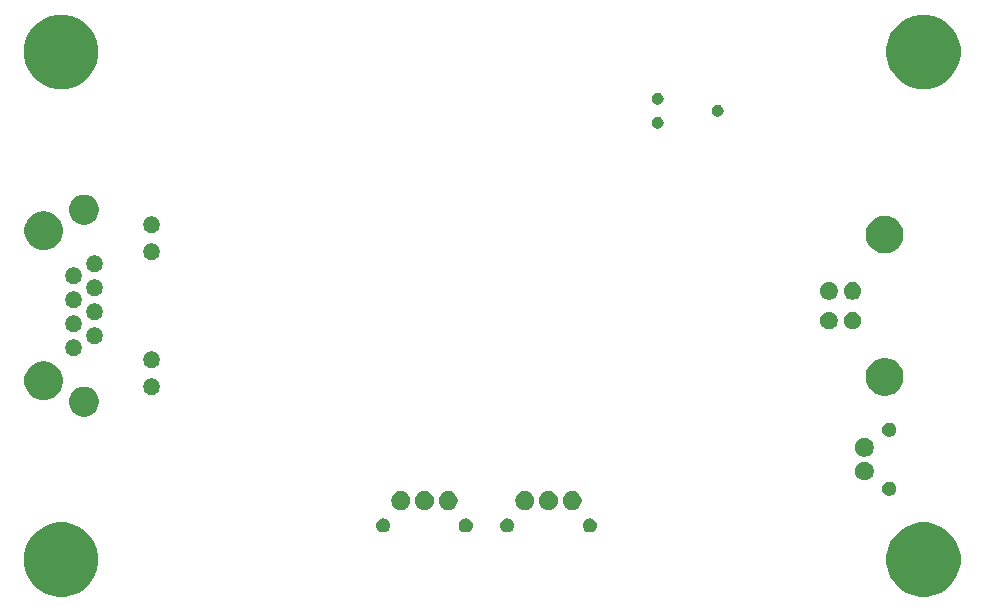
<source format=gbs>
G04 #@! TF.GenerationSoftware,KiCad,Pcbnew,5.0.1-33cea8e~68~ubuntu18.04.1*
G04 #@! TF.CreationDate,2018-11-12T15:38:47+00:00*
G04 #@! TF.ProjectId,comms,636F6D6D732E6B696361645F70636200,rev?*
G04 #@! TF.SameCoordinates,Original*
G04 #@! TF.FileFunction,Soldermask,Bot*
G04 #@! TF.FilePolarity,Negative*
%FSLAX46Y46*%
G04 Gerber Fmt 4.6, Leading zero omitted, Abs format (unit mm)*
G04 Created by KiCad (PCBNEW 5.0.1-33cea8e~68~ubuntu18.04.1) date Mon 12 Nov 2018 15:38:47 GMT*
%MOMM*%
%LPD*%
G01*
G04 APERTURE LIST*
%ADD10C,0.100000*%
G04 APERTURE END LIST*
D10*
G36*
X100677123Y-115687452D02*
X101250387Y-115924906D01*
X101766310Y-116269635D01*
X102205067Y-116708392D01*
X102549796Y-117224315D01*
X102787250Y-117797579D01*
X102908302Y-118406152D01*
X102908302Y-119026648D01*
X102787250Y-119635221D01*
X102549796Y-120208485D01*
X102205067Y-120724408D01*
X101766310Y-121163165D01*
X101250387Y-121507894D01*
X100677123Y-121745348D01*
X100068550Y-121866400D01*
X99448054Y-121866400D01*
X98839481Y-121745348D01*
X98266217Y-121507894D01*
X97750294Y-121163165D01*
X97311537Y-120724408D01*
X96966808Y-120208485D01*
X96729354Y-119635221D01*
X96608302Y-119026648D01*
X96608302Y-118406152D01*
X96729354Y-117797579D01*
X96966808Y-117224315D01*
X97311537Y-116708392D01*
X97750294Y-116269635D01*
X98266217Y-115924906D01*
X98839481Y-115687452D01*
X99448054Y-115566400D01*
X100068550Y-115566400D01*
X100677123Y-115687452D01*
X100677123Y-115687452D01*
G37*
G36*
X27677123Y-115687452D02*
X28250387Y-115924906D01*
X28766310Y-116269635D01*
X29205067Y-116708392D01*
X29549796Y-117224315D01*
X29787250Y-117797579D01*
X29908302Y-118406152D01*
X29908302Y-119026648D01*
X29787250Y-119635221D01*
X29549796Y-120208485D01*
X29205067Y-120724408D01*
X28766310Y-121163165D01*
X28250387Y-121507894D01*
X27677123Y-121745348D01*
X27068550Y-121866400D01*
X26448054Y-121866400D01*
X25839481Y-121745348D01*
X25266217Y-121507894D01*
X24750294Y-121163165D01*
X24311537Y-120724408D01*
X23966808Y-120208485D01*
X23729354Y-119635221D01*
X23608302Y-119026648D01*
X23608302Y-118406152D01*
X23729354Y-117797579D01*
X23966808Y-117224315D01*
X24311537Y-116708392D01*
X24750294Y-116269635D01*
X25266217Y-115924906D01*
X25839481Y-115687452D01*
X26448054Y-115566400D01*
X27068550Y-115566400D01*
X27677123Y-115687452D01*
X27677123Y-115687452D01*
G37*
G36*
X61183314Y-115239457D02*
X61183317Y-115239458D01*
X61183316Y-115239458D01*
X61292509Y-115284687D01*
X61390450Y-115350129D01*
X61390783Y-115350352D01*
X61474350Y-115433919D01*
X61474352Y-115433922D01*
X61540015Y-115532193D01*
X61577485Y-115622653D01*
X61585245Y-115641388D01*
X61608302Y-115757304D01*
X61608302Y-115875496D01*
X61585245Y-115991412D01*
X61585244Y-115991414D01*
X61540015Y-116100607D01*
X61482387Y-116186853D01*
X61474350Y-116198881D01*
X61390783Y-116282448D01*
X61390780Y-116282450D01*
X61292509Y-116348113D01*
X61202049Y-116385583D01*
X61183314Y-116393343D01*
X61067398Y-116416400D01*
X60949206Y-116416400D01*
X60833290Y-116393343D01*
X60814555Y-116385583D01*
X60724095Y-116348113D01*
X60625824Y-116282450D01*
X60625821Y-116282448D01*
X60542254Y-116198881D01*
X60534217Y-116186853D01*
X60476589Y-116100607D01*
X60431360Y-115991414D01*
X60431359Y-115991412D01*
X60408302Y-115875496D01*
X60408302Y-115757304D01*
X60431359Y-115641388D01*
X60439119Y-115622653D01*
X60476589Y-115532193D01*
X60542252Y-115433922D01*
X60542254Y-115433919D01*
X60625821Y-115350352D01*
X60626154Y-115350129D01*
X60724095Y-115284687D01*
X60833288Y-115239458D01*
X60833287Y-115239458D01*
X60833290Y-115239457D01*
X60949206Y-115216400D01*
X61067398Y-115216400D01*
X61183314Y-115239457D01*
X61183314Y-115239457D01*
G37*
G36*
X71683314Y-115239457D02*
X71683317Y-115239458D01*
X71683316Y-115239458D01*
X71792509Y-115284687D01*
X71890450Y-115350129D01*
X71890783Y-115350352D01*
X71974350Y-115433919D01*
X71974352Y-115433922D01*
X72040015Y-115532193D01*
X72077485Y-115622653D01*
X72085245Y-115641388D01*
X72108302Y-115757304D01*
X72108302Y-115875496D01*
X72085245Y-115991412D01*
X72085244Y-115991414D01*
X72040015Y-116100607D01*
X71982387Y-116186853D01*
X71974350Y-116198881D01*
X71890783Y-116282448D01*
X71890780Y-116282450D01*
X71792509Y-116348113D01*
X71702049Y-116385583D01*
X71683314Y-116393343D01*
X71567398Y-116416400D01*
X71449206Y-116416400D01*
X71333290Y-116393343D01*
X71314555Y-116385583D01*
X71224095Y-116348113D01*
X71125824Y-116282450D01*
X71125821Y-116282448D01*
X71042254Y-116198881D01*
X71034217Y-116186853D01*
X70976589Y-116100607D01*
X70931360Y-115991414D01*
X70931359Y-115991412D01*
X70908302Y-115875496D01*
X70908302Y-115757304D01*
X70931359Y-115641388D01*
X70939119Y-115622653D01*
X70976589Y-115532193D01*
X71042252Y-115433922D01*
X71042254Y-115433919D01*
X71125821Y-115350352D01*
X71126154Y-115350129D01*
X71224095Y-115284687D01*
X71333288Y-115239458D01*
X71333287Y-115239458D01*
X71333290Y-115239457D01*
X71449206Y-115216400D01*
X71567398Y-115216400D01*
X71683314Y-115239457D01*
X71683314Y-115239457D01*
G37*
G36*
X64683314Y-115239457D02*
X64683317Y-115239458D01*
X64683316Y-115239458D01*
X64792509Y-115284687D01*
X64890450Y-115350129D01*
X64890783Y-115350352D01*
X64974350Y-115433919D01*
X64974352Y-115433922D01*
X65040015Y-115532193D01*
X65077485Y-115622653D01*
X65085245Y-115641388D01*
X65108302Y-115757304D01*
X65108302Y-115875496D01*
X65085245Y-115991412D01*
X65085244Y-115991414D01*
X65040015Y-116100607D01*
X64982387Y-116186853D01*
X64974350Y-116198881D01*
X64890783Y-116282448D01*
X64890780Y-116282450D01*
X64792509Y-116348113D01*
X64702049Y-116385583D01*
X64683314Y-116393343D01*
X64567398Y-116416400D01*
X64449206Y-116416400D01*
X64333290Y-116393343D01*
X64314555Y-116385583D01*
X64224095Y-116348113D01*
X64125824Y-116282450D01*
X64125821Y-116282448D01*
X64042254Y-116198881D01*
X64034217Y-116186853D01*
X63976589Y-116100607D01*
X63931360Y-115991414D01*
X63931359Y-115991412D01*
X63908302Y-115875496D01*
X63908302Y-115757304D01*
X63931359Y-115641388D01*
X63939119Y-115622653D01*
X63976589Y-115532193D01*
X64042252Y-115433922D01*
X64042254Y-115433919D01*
X64125821Y-115350352D01*
X64126154Y-115350129D01*
X64224095Y-115284687D01*
X64333288Y-115239458D01*
X64333287Y-115239458D01*
X64333290Y-115239457D01*
X64449206Y-115216400D01*
X64567398Y-115216400D01*
X64683314Y-115239457D01*
X64683314Y-115239457D01*
G37*
G36*
X54183314Y-115239457D02*
X54183317Y-115239458D01*
X54183316Y-115239458D01*
X54292509Y-115284687D01*
X54390450Y-115350129D01*
X54390783Y-115350352D01*
X54474350Y-115433919D01*
X54474352Y-115433922D01*
X54540015Y-115532193D01*
X54577485Y-115622653D01*
X54585245Y-115641388D01*
X54608302Y-115757304D01*
X54608302Y-115875496D01*
X54585245Y-115991412D01*
X54585244Y-115991414D01*
X54540015Y-116100607D01*
X54482387Y-116186853D01*
X54474350Y-116198881D01*
X54390783Y-116282448D01*
X54390780Y-116282450D01*
X54292509Y-116348113D01*
X54202049Y-116385583D01*
X54183314Y-116393343D01*
X54067398Y-116416400D01*
X53949206Y-116416400D01*
X53833290Y-116393343D01*
X53814555Y-116385583D01*
X53724095Y-116348113D01*
X53625824Y-116282450D01*
X53625821Y-116282448D01*
X53542254Y-116198881D01*
X53534217Y-116186853D01*
X53476589Y-116100607D01*
X53431360Y-115991414D01*
X53431359Y-115991412D01*
X53408302Y-115875496D01*
X53408302Y-115757304D01*
X53431359Y-115641388D01*
X53439119Y-115622653D01*
X53476589Y-115532193D01*
X53542252Y-115433922D01*
X53542254Y-115433919D01*
X53625821Y-115350352D01*
X53626154Y-115350129D01*
X53724095Y-115284687D01*
X53833288Y-115239458D01*
X53833287Y-115239458D01*
X53833290Y-115239457D01*
X53949206Y-115216400D01*
X54067398Y-115216400D01*
X54183314Y-115239457D01*
X54183314Y-115239457D01*
G37*
G36*
X55741653Y-112947143D02*
X55887244Y-113007449D01*
X56017392Y-113094411D01*
X56018275Y-113095001D01*
X56129701Y-113206427D01*
X56129703Y-113206430D01*
X56217253Y-113337458D01*
X56277559Y-113483049D01*
X56308302Y-113637607D01*
X56308302Y-113795193D01*
X56277559Y-113949751D01*
X56217253Y-114095342D01*
X56130291Y-114225490D01*
X56129701Y-114226373D01*
X56018275Y-114337799D01*
X56018272Y-114337801D01*
X55887244Y-114425351D01*
X55741653Y-114485657D01*
X55587096Y-114516400D01*
X55429508Y-114516400D01*
X55274951Y-114485657D01*
X55129360Y-114425351D01*
X54998332Y-114337801D01*
X54998329Y-114337799D01*
X54886903Y-114226373D01*
X54886313Y-114225490D01*
X54799351Y-114095342D01*
X54739045Y-113949751D01*
X54708302Y-113795193D01*
X54708302Y-113637607D01*
X54739045Y-113483049D01*
X54799351Y-113337458D01*
X54886901Y-113206430D01*
X54886903Y-113206427D01*
X54998329Y-113095001D01*
X54999212Y-113094411D01*
X55129360Y-113007449D01*
X55274951Y-112947143D01*
X55429508Y-112916400D01*
X55587096Y-112916400D01*
X55741653Y-112947143D01*
X55741653Y-112947143D01*
G37*
G36*
X57741653Y-112947143D02*
X57887244Y-113007449D01*
X58017392Y-113094411D01*
X58018275Y-113095001D01*
X58129701Y-113206427D01*
X58129703Y-113206430D01*
X58217253Y-113337458D01*
X58277559Y-113483049D01*
X58308302Y-113637607D01*
X58308302Y-113795193D01*
X58277559Y-113949751D01*
X58217253Y-114095342D01*
X58130291Y-114225490D01*
X58129701Y-114226373D01*
X58018275Y-114337799D01*
X58018272Y-114337801D01*
X57887244Y-114425351D01*
X57741653Y-114485657D01*
X57587096Y-114516400D01*
X57429508Y-114516400D01*
X57274951Y-114485657D01*
X57129360Y-114425351D01*
X56998332Y-114337801D01*
X56998329Y-114337799D01*
X56886903Y-114226373D01*
X56886313Y-114225490D01*
X56799351Y-114095342D01*
X56739045Y-113949751D01*
X56708302Y-113795193D01*
X56708302Y-113637607D01*
X56739045Y-113483049D01*
X56799351Y-113337458D01*
X56886901Y-113206430D01*
X56886903Y-113206427D01*
X56998329Y-113095001D01*
X56999212Y-113094411D01*
X57129360Y-113007449D01*
X57274951Y-112947143D01*
X57429508Y-112916400D01*
X57587096Y-112916400D01*
X57741653Y-112947143D01*
X57741653Y-112947143D01*
G37*
G36*
X59741653Y-112947143D02*
X59887244Y-113007449D01*
X60017392Y-113094411D01*
X60018275Y-113095001D01*
X60129701Y-113206427D01*
X60129703Y-113206430D01*
X60217253Y-113337458D01*
X60277559Y-113483049D01*
X60308302Y-113637607D01*
X60308302Y-113795193D01*
X60277559Y-113949751D01*
X60217253Y-114095342D01*
X60130291Y-114225490D01*
X60129701Y-114226373D01*
X60018275Y-114337799D01*
X60018272Y-114337801D01*
X59887244Y-114425351D01*
X59741653Y-114485657D01*
X59587096Y-114516400D01*
X59429508Y-114516400D01*
X59274951Y-114485657D01*
X59129360Y-114425351D01*
X58998332Y-114337801D01*
X58998329Y-114337799D01*
X58886903Y-114226373D01*
X58886313Y-114225490D01*
X58799351Y-114095342D01*
X58739045Y-113949751D01*
X58708302Y-113795193D01*
X58708302Y-113637607D01*
X58739045Y-113483049D01*
X58799351Y-113337458D01*
X58886901Y-113206430D01*
X58886903Y-113206427D01*
X58998329Y-113095001D01*
X58999212Y-113094411D01*
X59129360Y-113007449D01*
X59274951Y-112947143D01*
X59429508Y-112916400D01*
X59587096Y-112916400D01*
X59741653Y-112947143D01*
X59741653Y-112947143D01*
G37*
G36*
X70241653Y-112947143D02*
X70387244Y-113007449D01*
X70517392Y-113094411D01*
X70518275Y-113095001D01*
X70629701Y-113206427D01*
X70629703Y-113206430D01*
X70717253Y-113337458D01*
X70777559Y-113483049D01*
X70808302Y-113637607D01*
X70808302Y-113795193D01*
X70777559Y-113949751D01*
X70717253Y-114095342D01*
X70630291Y-114225490D01*
X70629701Y-114226373D01*
X70518275Y-114337799D01*
X70518272Y-114337801D01*
X70387244Y-114425351D01*
X70241653Y-114485657D01*
X70087096Y-114516400D01*
X69929508Y-114516400D01*
X69774951Y-114485657D01*
X69629360Y-114425351D01*
X69498332Y-114337801D01*
X69498329Y-114337799D01*
X69386903Y-114226373D01*
X69386313Y-114225490D01*
X69299351Y-114095342D01*
X69239045Y-113949751D01*
X69208302Y-113795193D01*
X69208302Y-113637607D01*
X69239045Y-113483049D01*
X69299351Y-113337458D01*
X69386901Y-113206430D01*
X69386903Y-113206427D01*
X69498329Y-113095001D01*
X69499212Y-113094411D01*
X69629360Y-113007449D01*
X69774951Y-112947143D01*
X69929508Y-112916400D01*
X70087096Y-112916400D01*
X70241653Y-112947143D01*
X70241653Y-112947143D01*
G37*
G36*
X68241653Y-112947143D02*
X68387244Y-113007449D01*
X68517392Y-113094411D01*
X68518275Y-113095001D01*
X68629701Y-113206427D01*
X68629703Y-113206430D01*
X68717253Y-113337458D01*
X68777559Y-113483049D01*
X68808302Y-113637607D01*
X68808302Y-113795193D01*
X68777559Y-113949751D01*
X68717253Y-114095342D01*
X68630291Y-114225490D01*
X68629701Y-114226373D01*
X68518275Y-114337799D01*
X68518272Y-114337801D01*
X68387244Y-114425351D01*
X68241653Y-114485657D01*
X68087096Y-114516400D01*
X67929508Y-114516400D01*
X67774951Y-114485657D01*
X67629360Y-114425351D01*
X67498332Y-114337801D01*
X67498329Y-114337799D01*
X67386903Y-114226373D01*
X67386313Y-114225490D01*
X67299351Y-114095342D01*
X67239045Y-113949751D01*
X67208302Y-113795193D01*
X67208302Y-113637607D01*
X67239045Y-113483049D01*
X67299351Y-113337458D01*
X67386901Y-113206430D01*
X67386903Y-113206427D01*
X67498329Y-113095001D01*
X67499212Y-113094411D01*
X67629360Y-113007449D01*
X67774951Y-112947143D01*
X67929508Y-112916400D01*
X68087096Y-112916400D01*
X68241653Y-112947143D01*
X68241653Y-112947143D01*
G37*
G36*
X66241653Y-112947143D02*
X66387244Y-113007449D01*
X66517392Y-113094411D01*
X66518275Y-113095001D01*
X66629701Y-113206427D01*
X66629703Y-113206430D01*
X66717253Y-113337458D01*
X66777559Y-113483049D01*
X66808302Y-113637607D01*
X66808302Y-113795193D01*
X66777559Y-113949751D01*
X66717253Y-114095342D01*
X66630291Y-114225490D01*
X66629701Y-114226373D01*
X66518275Y-114337799D01*
X66518272Y-114337801D01*
X66387244Y-114425351D01*
X66241653Y-114485657D01*
X66087096Y-114516400D01*
X65929508Y-114516400D01*
X65774951Y-114485657D01*
X65629360Y-114425351D01*
X65498332Y-114337801D01*
X65498329Y-114337799D01*
X65386903Y-114226373D01*
X65386313Y-114225490D01*
X65299351Y-114095342D01*
X65239045Y-113949751D01*
X65208302Y-113795193D01*
X65208302Y-113637607D01*
X65239045Y-113483049D01*
X65299351Y-113337458D01*
X65386901Y-113206430D01*
X65386903Y-113206427D01*
X65498329Y-113095001D01*
X65499212Y-113094411D01*
X65629360Y-113007449D01*
X65774951Y-112947143D01*
X65929508Y-112916400D01*
X66087096Y-112916400D01*
X66241653Y-112947143D01*
X66241653Y-112947143D01*
G37*
G36*
X97033314Y-112139457D02*
X97033317Y-112139458D01*
X97033316Y-112139458D01*
X97142509Y-112184687D01*
X97240450Y-112250129D01*
X97240783Y-112250352D01*
X97324350Y-112333919D01*
X97324352Y-112333922D01*
X97390015Y-112432193D01*
X97427485Y-112522653D01*
X97435245Y-112541388D01*
X97458302Y-112657304D01*
X97458302Y-112775496D01*
X97435245Y-112891412D01*
X97435244Y-112891414D01*
X97390015Y-113000607D01*
X97324573Y-113098548D01*
X97324350Y-113098881D01*
X97240783Y-113182448D01*
X97240780Y-113182450D01*
X97142509Y-113248113D01*
X97052049Y-113285583D01*
X97033314Y-113293343D01*
X96917398Y-113316400D01*
X96799206Y-113316400D01*
X96683290Y-113293343D01*
X96664555Y-113285583D01*
X96574095Y-113248113D01*
X96475824Y-113182450D01*
X96475821Y-113182448D01*
X96392254Y-113098881D01*
X96392031Y-113098548D01*
X96326589Y-113000607D01*
X96281360Y-112891414D01*
X96281359Y-112891412D01*
X96258302Y-112775496D01*
X96258302Y-112657304D01*
X96281359Y-112541388D01*
X96289119Y-112522653D01*
X96326589Y-112432193D01*
X96392252Y-112333922D01*
X96392254Y-112333919D01*
X96475821Y-112250352D01*
X96476154Y-112250129D01*
X96574095Y-112184687D01*
X96683288Y-112139458D01*
X96683287Y-112139458D01*
X96683290Y-112139457D01*
X96799206Y-112116400D01*
X96917398Y-112116400D01*
X97033314Y-112139457D01*
X97033314Y-112139457D01*
G37*
G36*
X94991653Y-110447143D02*
X95137244Y-110507449D01*
X95267392Y-110594411D01*
X95268275Y-110595001D01*
X95379701Y-110706427D01*
X95379703Y-110706430D01*
X95467253Y-110837458D01*
X95527559Y-110983049D01*
X95558302Y-111137607D01*
X95558302Y-111295193D01*
X95527559Y-111449751D01*
X95467253Y-111595342D01*
X95380291Y-111725490D01*
X95379701Y-111726373D01*
X95268275Y-111837799D01*
X95268272Y-111837801D01*
X95137244Y-111925351D01*
X94991653Y-111985657D01*
X94837096Y-112016400D01*
X94679508Y-112016400D01*
X94524951Y-111985657D01*
X94379360Y-111925351D01*
X94248332Y-111837801D01*
X94248329Y-111837799D01*
X94136903Y-111726373D01*
X94136313Y-111725490D01*
X94049351Y-111595342D01*
X93989045Y-111449751D01*
X93958302Y-111295193D01*
X93958302Y-111137607D01*
X93989045Y-110983049D01*
X94049351Y-110837458D01*
X94136901Y-110706430D01*
X94136903Y-110706427D01*
X94248329Y-110595001D01*
X94249212Y-110594411D01*
X94379360Y-110507449D01*
X94524951Y-110447143D01*
X94679508Y-110416400D01*
X94837096Y-110416400D01*
X94991653Y-110447143D01*
X94991653Y-110447143D01*
G37*
G36*
X94991653Y-108447143D02*
X95137244Y-108507449D01*
X95267392Y-108594411D01*
X95268275Y-108595001D01*
X95379701Y-108706427D01*
X95379703Y-108706430D01*
X95467253Y-108837458D01*
X95527559Y-108983049D01*
X95558302Y-109137607D01*
X95558302Y-109295193D01*
X95527559Y-109449751D01*
X95467253Y-109595342D01*
X95380291Y-109725490D01*
X95379701Y-109726373D01*
X95268275Y-109837799D01*
X95268272Y-109837801D01*
X95137244Y-109925351D01*
X94991653Y-109985657D01*
X94837096Y-110016400D01*
X94679508Y-110016400D01*
X94524951Y-109985657D01*
X94379360Y-109925351D01*
X94248332Y-109837801D01*
X94248329Y-109837799D01*
X94136903Y-109726373D01*
X94136313Y-109725490D01*
X94049351Y-109595342D01*
X93989045Y-109449751D01*
X93958302Y-109295193D01*
X93958302Y-109137607D01*
X93989045Y-108983049D01*
X94049351Y-108837458D01*
X94136901Y-108706430D01*
X94136903Y-108706427D01*
X94248329Y-108595001D01*
X94249212Y-108594411D01*
X94379360Y-108507449D01*
X94524951Y-108447143D01*
X94679508Y-108416400D01*
X94837096Y-108416400D01*
X94991653Y-108447143D01*
X94991653Y-108447143D01*
G37*
G36*
X97033314Y-107139457D02*
X97033317Y-107139458D01*
X97033316Y-107139458D01*
X97142509Y-107184687D01*
X97240450Y-107250129D01*
X97240783Y-107250352D01*
X97324350Y-107333919D01*
X97324352Y-107333922D01*
X97390015Y-107432193D01*
X97427485Y-107522653D01*
X97435245Y-107541388D01*
X97458302Y-107657304D01*
X97458302Y-107775496D01*
X97435245Y-107891412D01*
X97435244Y-107891414D01*
X97390015Y-108000607D01*
X97324573Y-108098548D01*
X97324350Y-108098881D01*
X97240783Y-108182448D01*
X97240780Y-108182450D01*
X97142509Y-108248113D01*
X97052049Y-108285583D01*
X97033314Y-108293343D01*
X96917398Y-108316400D01*
X96799206Y-108316400D01*
X96683290Y-108293343D01*
X96664555Y-108285583D01*
X96574095Y-108248113D01*
X96475824Y-108182450D01*
X96475821Y-108182448D01*
X96392254Y-108098881D01*
X96392031Y-108098548D01*
X96326589Y-108000607D01*
X96281360Y-107891414D01*
X96281359Y-107891412D01*
X96258302Y-107775496D01*
X96258302Y-107657304D01*
X96281359Y-107541388D01*
X96289119Y-107522653D01*
X96326589Y-107432193D01*
X96392252Y-107333922D01*
X96392254Y-107333919D01*
X96475821Y-107250352D01*
X96476154Y-107250129D01*
X96574095Y-107184687D01*
X96683288Y-107139458D01*
X96683287Y-107139458D01*
X96683290Y-107139457D01*
X96799206Y-107116400D01*
X96917398Y-107116400D01*
X97033314Y-107139457D01*
X97033314Y-107139457D01*
G37*
G36*
X29057747Y-104123205D02*
X29288874Y-104218941D01*
X29496881Y-104357927D01*
X29673775Y-104534821D01*
X29812761Y-104742828D01*
X29908497Y-104973955D01*
X29957302Y-105219315D01*
X29957302Y-105469485D01*
X29908497Y-105714845D01*
X29812761Y-105945972D01*
X29673775Y-106153979D01*
X29496881Y-106330873D01*
X29288874Y-106469859D01*
X29057747Y-106565595D01*
X28812387Y-106614400D01*
X28562217Y-106614400D01*
X28316857Y-106565595D01*
X28085730Y-106469859D01*
X27877723Y-106330873D01*
X27700829Y-106153979D01*
X27561843Y-105945972D01*
X27466107Y-105714845D01*
X27417302Y-105469485D01*
X27417302Y-105219315D01*
X27466107Y-104973955D01*
X27561843Y-104742828D01*
X27700829Y-104534821D01*
X27877723Y-104357927D01*
X28085730Y-104218941D01*
X28316857Y-104123205D01*
X28562217Y-104074400D01*
X28812387Y-104074400D01*
X29057747Y-104123205D01*
X29057747Y-104123205D01*
G37*
G36*
X25575441Y-101972035D02*
X25732472Y-102003270D01*
X25941663Y-102089920D01*
X26014217Y-102119973D01*
X26028313Y-102125812D01*
X26161437Y-102214763D01*
X26294564Y-102303715D01*
X26520987Y-102530138D01*
X26520988Y-102530140D01*
X26698890Y-102796389D01*
X26815875Y-103078814D01*
X26821432Y-103092231D01*
X26877559Y-103374400D01*
X26883902Y-103406292D01*
X26883902Y-103726508D01*
X26828417Y-104005456D01*
X26821432Y-104040569D01*
X26698891Y-104336409D01*
X26520987Y-104602662D01*
X26294564Y-104829085D01*
X26283616Y-104836400D01*
X26028313Y-105006988D01*
X25732472Y-105129530D01*
X25575441Y-105160765D01*
X25418411Y-105192000D01*
X25098193Y-105192000D01*
X24941163Y-105160765D01*
X24784132Y-105129530D01*
X24488291Y-105006988D01*
X24232988Y-104836400D01*
X24222040Y-104829085D01*
X23995617Y-104602662D01*
X23817713Y-104336409D01*
X23695172Y-104040569D01*
X23688188Y-104005456D01*
X23632702Y-103726508D01*
X23632702Y-103406292D01*
X23639046Y-103374400D01*
X23695172Y-103092231D01*
X23700730Y-103078814D01*
X23817714Y-102796389D01*
X23995616Y-102530140D01*
X23995617Y-102530138D01*
X24222040Y-102303715D01*
X24355167Y-102214763D01*
X24488291Y-102125812D01*
X24502388Y-102119973D01*
X24574941Y-102089920D01*
X24784132Y-102003270D01*
X24941163Y-101972035D01*
X25098193Y-101940800D01*
X25418411Y-101940800D01*
X25575441Y-101972035D01*
X25575441Y-101972035D01*
G37*
G36*
X96935003Y-101697886D02*
X96935006Y-101697887D01*
X96935005Y-101697887D01*
X97226186Y-101818498D01*
X97400497Y-101934969D01*
X97488245Y-101993600D01*
X97711102Y-102216457D01*
X97723242Y-102234626D01*
X97886204Y-102478516D01*
X97907587Y-102530140D01*
X98006816Y-102769699D01*
X98068302Y-103078812D01*
X98068302Y-103393988D01*
X98006816Y-103703101D01*
X98006815Y-103703103D01*
X97886204Y-103994284D01*
X97769733Y-104168595D01*
X97711102Y-104256343D01*
X97488245Y-104479200D01*
X97426249Y-104520624D01*
X97226186Y-104654302D01*
X97128579Y-104694732D01*
X96935003Y-104774914D01*
X96625890Y-104836400D01*
X96310714Y-104836400D01*
X96001601Y-104774914D01*
X95808025Y-104694732D01*
X95710418Y-104654302D01*
X95510355Y-104520624D01*
X95448359Y-104479200D01*
X95225502Y-104256343D01*
X95166871Y-104168595D01*
X95050400Y-103994284D01*
X94929789Y-103703103D01*
X94929788Y-103703101D01*
X94868302Y-103393988D01*
X94868302Y-103078812D01*
X94929788Y-102769699D01*
X95029017Y-102530140D01*
X95050400Y-102478516D01*
X95213362Y-102234626D01*
X95225502Y-102216457D01*
X95448359Y-101993600D01*
X95536107Y-101934969D01*
X95710418Y-101818498D01*
X96001599Y-101697887D01*
X96001598Y-101697887D01*
X96001601Y-101697886D01*
X96310714Y-101636400D01*
X96625890Y-101636400D01*
X96935003Y-101697886D01*
X96935003Y-101697886D01*
G37*
G36*
X34606484Y-103401300D02*
X34696563Y-103438613D01*
X34733876Y-103454068D01*
X34848526Y-103530674D01*
X34946028Y-103628176D01*
X35022634Y-103742826D01*
X35022634Y-103742827D01*
X35075402Y-103870218D01*
X35102302Y-104005455D01*
X35102302Y-104143345D01*
X35075402Y-104278582D01*
X35051448Y-104336411D01*
X35022634Y-104405974D01*
X34946028Y-104520624D01*
X34848526Y-104618126D01*
X34733876Y-104694732D01*
X34696563Y-104710187D01*
X34606484Y-104747500D01*
X34471247Y-104774400D01*
X34333357Y-104774400D01*
X34198120Y-104747500D01*
X34108041Y-104710187D01*
X34070728Y-104694732D01*
X33956078Y-104618126D01*
X33858576Y-104520624D01*
X33781970Y-104405974D01*
X33753156Y-104336411D01*
X33729202Y-104278582D01*
X33702302Y-104143345D01*
X33702302Y-104005455D01*
X33729202Y-103870218D01*
X33781970Y-103742827D01*
X33781970Y-103742826D01*
X33858576Y-103628176D01*
X33956078Y-103530674D01*
X34070728Y-103454068D01*
X34108041Y-103438613D01*
X34198120Y-103401300D01*
X34333357Y-103374400D01*
X34471247Y-103374400D01*
X34606484Y-103401300D01*
X34606484Y-103401300D01*
G37*
G36*
X34606484Y-101115300D02*
X34696563Y-101152613D01*
X34733876Y-101168068D01*
X34848526Y-101244674D01*
X34946028Y-101342176D01*
X35022634Y-101456826D01*
X35022634Y-101456827D01*
X35075402Y-101584218D01*
X35102302Y-101719455D01*
X35102302Y-101857345D01*
X35075402Y-101992582D01*
X35038089Y-102082661D01*
X35022634Y-102119974D01*
X34946028Y-102234624D01*
X34848526Y-102332126D01*
X34733876Y-102408732D01*
X34696563Y-102424187D01*
X34606484Y-102461500D01*
X34471247Y-102488400D01*
X34333357Y-102488400D01*
X34198120Y-102461500D01*
X34108041Y-102424187D01*
X34070728Y-102408732D01*
X33956078Y-102332126D01*
X33858576Y-102234624D01*
X33781970Y-102119974D01*
X33766515Y-102082661D01*
X33729202Y-101992582D01*
X33702302Y-101857345D01*
X33702302Y-101719455D01*
X33729202Y-101584218D01*
X33781970Y-101456827D01*
X33781970Y-101456826D01*
X33858576Y-101342176D01*
X33956078Y-101244674D01*
X34070728Y-101168068D01*
X34108041Y-101152613D01*
X34198120Y-101115300D01*
X34333357Y-101088400D01*
X34471247Y-101088400D01*
X34606484Y-101115300D01*
X34606484Y-101115300D01*
G37*
G36*
X28002484Y-100099300D02*
X28092563Y-100136613D01*
X28129876Y-100152068D01*
X28244526Y-100228674D01*
X28342028Y-100326176D01*
X28418634Y-100440826D01*
X28418634Y-100440827D01*
X28471402Y-100568218D01*
X28498302Y-100703455D01*
X28498302Y-100841345D01*
X28471402Y-100976582D01*
X28434089Y-101066661D01*
X28418634Y-101103974D01*
X28342028Y-101218624D01*
X28244526Y-101316126D01*
X28129876Y-101392732D01*
X28092563Y-101408187D01*
X28002484Y-101445500D01*
X27867247Y-101472400D01*
X27729357Y-101472400D01*
X27594120Y-101445500D01*
X27504041Y-101408187D01*
X27466728Y-101392732D01*
X27352078Y-101316126D01*
X27254576Y-101218624D01*
X27177970Y-101103974D01*
X27162515Y-101066661D01*
X27125202Y-100976582D01*
X27098302Y-100841345D01*
X27098302Y-100703455D01*
X27125202Y-100568218D01*
X27177970Y-100440827D01*
X27177970Y-100440826D01*
X27254576Y-100326176D01*
X27352078Y-100228674D01*
X27466728Y-100152068D01*
X27504041Y-100136613D01*
X27594120Y-100099300D01*
X27729357Y-100072400D01*
X27867247Y-100072400D01*
X28002484Y-100099300D01*
X28002484Y-100099300D01*
G37*
G36*
X29780484Y-99083300D02*
X29870563Y-99120613D01*
X29907876Y-99136068D01*
X30022526Y-99212674D01*
X30120028Y-99310176D01*
X30196634Y-99424826D01*
X30196634Y-99424827D01*
X30249402Y-99552218D01*
X30276302Y-99687455D01*
X30276302Y-99825345D01*
X30249402Y-99960582D01*
X30212089Y-100050661D01*
X30196634Y-100087974D01*
X30120028Y-100202624D01*
X30022526Y-100300126D01*
X29907876Y-100376732D01*
X29870563Y-100392187D01*
X29780484Y-100429500D01*
X29645247Y-100456400D01*
X29507357Y-100456400D01*
X29372120Y-100429500D01*
X29282041Y-100392187D01*
X29244728Y-100376732D01*
X29130078Y-100300126D01*
X29032576Y-100202624D01*
X28955970Y-100087974D01*
X28940515Y-100050661D01*
X28903202Y-99960582D01*
X28876302Y-99825345D01*
X28876302Y-99687455D01*
X28903202Y-99552218D01*
X28955970Y-99424827D01*
X28955970Y-99424826D01*
X29032576Y-99310176D01*
X29130078Y-99212674D01*
X29244728Y-99136068D01*
X29282041Y-99120613D01*
X29372120Y-99083300D01*
X29507357Y-99056400D01*
X29645247Y-99056400D01*
X29780484Y-99083300D01*
X29780484Y-99083300D01*
G37*
G36*
X28002484Y-98067300D02*
X28092563Y-98104613D01*
X28129876Y-98120068D01*
X28244526Y-98196674D01*
X28342028Y-98294176D01*
X28418634Y-98408826D01*
X28418634Y-98408827D01*
X28471402Y-98536218D01*
X28498302Y-98671455D01*
X28498302Y-98809345D01*
X28471402Y-98944582D01*
X28434089Y-99034661D01*
X28418634Y-99071974D01*
X28342028Y-99186624D01*
X28244526Y-99284126D01*
X28129876Y-99360732D01*
X28092563Y-99376187D01*
X28002484Y-99413500D01*
X27867247Y-99440400D01*
X27729357Y-99440400D01*
X27594120Y-99413500D01*
X27504041Y-99376187D01*
X27466728Y-99360732D01*
X27352078Y-99284126D01*
X27254576Y-99186624D01*
X27177970Y-99071974D01*
X27162515Y-99034661D01*
X27125202Y-98944582D01*
X27098302Y-98809345D01*
X27098302Y-98671455D01*
X27125202Y-98536218D01*
X27177970Y-98408827D01*
X27177970Y-98408826D01*
X27254576Y-98294176D01*
X27352078Y-98196674D01*
X27466728Y-98120068D01*
X27504041Y-98104613D01*
X27594120Y-98067300D01*
X27729357Y-98040400D01*
X27867247Y-98040400D01*
X28002484Y-98067300D01*
X28002484Y-98067300D01*
G37*
G36*
X93977067Y-97745221D02*
X94113563Y-97801760D01*
X94236398Y-97883835D01*
X94340867Y-97988304D01*
X94422942Y-98111139D01*
X94479481Y-98247635D01*
X94508302Y-98392530D01*
X94508302Y-98540270D01*
X94479481Y-98685165D01*
X94422942Y-98821661D01*
X94340867Y-98944496D01*
X94236398Y-99048965D01*
X94113563Y-99131040D01*
X93977067Y-99187579D01*
X93832172Y-99216400D01*
X93684432Y-99216400D01*
X93539537Y-99187579D01*
X93403041Y-99131040D01*
X93280206Y-99048965D01*
X93175737Y-98944496D01*
X93093662Y-98821661D01*
X93037123Y-98685165D01*
X93008302Y-98540270D01*
X93008302Y-98392530D01*
X93037123Y-98247635D01*
X93093662Y-98111139D01*
X93175737Y-97988304D01*
X93280206Y-97883835D01*
X93403041Y-97801760D01*
X93539537Y-97745221D01*
X93684432Y-97716400D01*
X93832172Y-97716400D01*
X93977067Y-97745221D01*
X93977067Y-97745221D01*
G37*
G36*
X91977067Y-97745221D02*
X92113563Y-97801760D01*
X92236398Y-97883835D01*
X92340867Y-97988304D01*
X92422942Y-98111139D01*
X92479481Y-98247635D01*
X92508302Y-98392530D01*
X92508302Y-98540270D01*
X92479481Y-98685165D01*
X92422942Y-98821661D01*
X92340867Y-98944496D01*
X92236398Y-99048965D01*
X92113563Y-99131040D01*
X91977067Y-99187579D01*
X91832172Y-99216400D01*
X91684432Y-99216400D01*
X91539537Y-99187579D01*
X91403041Y-99131040D01*
X91280206Y-99048965D01*
X91175737Y-98944496D01*
X91093662Y-98821661D01*
X91037123Y-98685165D01*
X91008302Y-98540270D01*
X91008302Y-98392530D01*
X91037123Y-98247635D01*
X91093662Y-98111139D01*
X91175737Y-97988304D01*
X91280206Y-97883835D01*
X91403041Y-97801760D01*
X91539537Y-97745221D01*
X91684432Y-97716400D01*
X91832172Y-97716400D01*
X91977067Y-97745221D01*
X91977067Y-97745221D01*
G37*
G36*
X29780484Y-97051300D02*
X29870563Y-97088613D01*
X29907876Y-97104068D01*
X30022526Y-97180674D01*
X30120028Y-97278176D01*
X30196634Y-97392826D01*
X30196634Y-97392827D01*
X30249402Y-97520218D01*
X30276302Y-97655455D01*
X30276302Y-97793345D01*
X30249402Y-97928582D01*
X30224664Y-97988303D01*
X30196634Y-98055974D01*
X30120028Y-98170624D01*
X30022526Y-98268126D01*
X29907876Y-98344732D01*
X29870563Y-98360187D01*
X29780484Y-98397500D01*
X29645247Y-98424400D01*
X29507357Y-98424400D01*
X29372120Y-98397500D01*
X29282041Y-98360187D01*
X29244728Y-98344732D01*
X29130078Y-98268126D01*
X29032576Y-98170624D01*
X28955970Y-98055974D01*
X28927940Y-97988303D01*
X28903202Y-97928582D01*
X28876302Y-97793345D01*
X28876302Y-97655455D01*
X28903202Y-97520218D01*
X28955970Y-97392827D01*
X28955970Y-97392826D01*
X29032576Y-97278176D01*
X29130078Y-97180674D01*
X29244728Y-97104068D01*
X29282041Y-97088613D01*
X29372120Y-97051300D01*
X29507357Y-97024400D01*
X29645247Y-97024400D01*
X29780484Y-97051300D01*
X29780484Y-97051300D01*
G37*
G36*
X28002484Y-96035300D02*
X28092563Y-96072613D01*
X28129876Y-96088068D01*
X28244526Y-96164674D01*
X28342028Y-96262176D01*
X28418634Y-96376826D01*
X28418634Y-96376827D01*
X28471402Y-96504218D01*
X28498302Y-96639455D01*
X28498302Y-96777345D01*
X28471402Y-96912582D01*
X28434089Y-97002661D01*
X28418634Y-97039974D01*
X28342028Y-97154624D01*
X28244526Y-97252126D01*
X28129876Y-97328732D01*
X28092563Y-97344187D01*
X28002484Y-97381500D01*
X27867247Y-97408400D01*
X27729357Y-97408400D01*
X27594120Y-97381500D01*
X27504041Y-97344187D01*
X27466728Y-97328732D01*
X27352078Y-97252126D01*
X27254576Y-97154624D01*
X27177970Y-97039974D01*
X27162515Y-97002661D01*
X27125202Y-96912582D01*
X27098302Y-96777345D01*
X27098302Y-96639455D01*
X27125202Y-96504218D01*
X27177970Y-96376827D01*
X27177970Y-96376826D01*
X27254576Y-96262176D01*
X27352078Y-96164674D01*
X27466728Y-96088068D01*
X27504041Y-96072613D01*
X27594120Y-96035300D01*
X27729357Y-96008400D01*
X27867247Y-96008400D01*
X28002484Y-96035300D01*
X28002484Y-96035300D01*
G37*
G36*
X93977067Y-95245221D02*
X94113563Y-95301760D01*
X94236398Y-95383835D01*
X94340867Y-95488304D01*
X94422942Y-95611139D01*
X94479481Y-95747635D01*
X94508302Y-95892530D01*
X94508302Y-96040270D01*
X94479481Y-96185165D01*
X94422942Y-96321661D01*
X94340867Y-96444496D01*
X94236398Y-96548965D01*
X94113563Y-96631040D01*
X93977067Y-96687579D01*
X93832172Y-96716400D01*
X93684432Y-96716400D01*
X93539537Y-96687579D01*
X93403041Y-96631040D01*
X93280206Y-96548965D01*
X93175737Y-96444496D01*
X93093662Y-96321661D01*
X93037123Y-96185165D01*
X93008302Y-96040270D01*
X93008302Y-95892530D01*
X93037123Y-95747635D01*
X93093662Y-95611139D01*
X93175737Y-95488304D01*
X93280206Y-95383835D01*
X93403041Y-95301760D01*
X93539537Y-95245221D01*
X93684432Y-95216400D01*
X93832172Y-95216400D01*
X93977067Y-95245221D01*
X93977067Y-95245221D01*
G37*
G36*
X91977067Y-95245221D02*
X92113563Y-95301760D01*
X92236398Y-95383835D01*
X92340867Y-95488304D01*
X92422942Y-95611139D01*
X92479481Y-95747635D01*
X92508302Y-95892530D01*
X92508302Y-96040270D01*
X92479481Y-96185165D01*
X92422942Y-96321661D01*
X92340867Y-96444496D01*
X92236398Y-96548965D01*
X92113563Y-96631040D01*
X91977067Y-96687579D01*
X91832172Y-96716400D01*
X91684432Y-96716400D01*
X91539537Y-96687579D01*
X91403041Y-96631040D01*
X91280206Y-96548965D01*
X91175737Y-96444496D01*
X91093662Y-96321661D01*
X91037123Y-96185165D01*
X91008302Y-96040270D01*
X91008302Y-95892530D01*
X91037123Y-95747635D01*
X91093662Y-95611139D01*
X91175737Y-95488304D01*
X91280206Y-95383835D01*
X91403041Y-95301760D01*
X91539537Y-95245221D01*
X91684432Y-95216400D01*
X91832172Y-95216400D01*
X91977067Y-95245221D01*
X91977067Y-95245221D01*
G37*
G36*
X29780484Y-95019300D02*
X29870563Y-95056613D01*
X29907876Y-95072068D01*
X30022526Y-95148674D01*
X30120028Y-95246176D01*
X30196634Y-95360826D01*
X30206165Y-95383837D01*
X30249402Y-95488218D01*
X30276302Y-95623455D01*
X30276302Y-95761345D01*
X30249402Y-95896582D01*
X30212089Y-95986661D01*
X30196634Y-96023974D01*
X30120028Y-96138624D01*
X30022526Y-96236126D01*
X29907876Y-96312732D01*
X29886319Y-96321661D01*
X29780484Y-96365500D01*
X29645247Y-96392400D01*
X29507357Y-96392400D01*
X29372120Y-96365500D01*
X29266285Y-96321661D01*
X29244728Y-96312732D01*
X29130078Y-96236126D01*
X29032576Y-96138624D01*
X28955970Y-96023974D01*
X28940515Y-95986661D01*
X28903202Y-95896582D01*
X28876302Y-95761345D01*
X28876302Y-95623455D01*
X28903202Y-95488218D01*
X28946439Y-95383837D01*
X28955970Y-95360826D01*
X29032576Y-95246176D01*
X29130078Y-95148674D01*
X29244728Y-95072068D01*
X29282041Y-95056613D01*
X29372120Y-95019300D01*
X29507357Y-94992400D01*
X29645247Y-94992400D01*
X29780484Y-95019300D01*
X29780484Y-95019300D01*
G37*
G36*
X28002484Y-94003300D02*
X28092563Y-94040613D01*
X28129876Y-94056068D01*
X28244526Y-94132674D01*
X28342028Y-94230176D01*
X28418634Y-94344826D01*
X28418634Y-94344827D01*
X28471402Y-94472218D01*
X28498302Y-94607455D01*
X28498302Y-94745345D01*
X28471402Y-94880582D01*
X28434089Y-94970661D01*
X28418634Y-95007974D01*
X28342028Y-95122624D01*
X28244526Y-95220126D01*
X28129876Y-95296732D01*
X28117737Y-95301760D01*
X28002484Y-95349500D01*
X27867247Y-95376400D01*
X27729357Y-95376400D01*
X27594120Y-95349500D01*
X27478867Y-95301760D01*
X27466728Y-95296732D01*
X27352078Y-95220126D01*
X27254576Y-95122624D01*
X27177970Y-95007974D01*
X27162515Y-94970661D01*
X27125202Y-94880582D01*
X27098302Y-94745345D01*
X27098302Y-94607455D01*
X27125202Y-94472218D01*
X27177970Y-94344827D01*
X27177970Y-94344826D01*
X27254576Y-94230176D01*
X27352078Y-94132674D01*
X27466728Y-94056068D01*
X27504041Y-94040613D01*
X27594120Y-94003300D01*
X27729357Y-93976400D01*
X27867247Y-93976400D01*
X28002484Y-94003300D01*
X28002484Y-94003300D01*
G37*
G36*
X29780484Y-92987300D02*
X29870563Y-93024613D01*
X29907876Y-93040068D01*
X30022526Y-93116674D01*
X30120028Y-93214176D01*
X30196634Y-93328826D01*
X30196634Y-93328827D01*
X30249402Y-93456218D01*
X30276302Y-93591455D01*
X30276302Y-93729345D01*
X30249402Y-93864582D01*
X30212089Y-93954661D01*
X30196634Y-93991974D01*
X30120028Y-94106624D01*
X30022526Y-94204126D01*
X29907876Y-94280732D01*
X29870563Y-94296187D01*
X29780484Y-94333500D01*
X29645247Y-94360400D01*
X29507357Y-94360400D01*
X29372120Y-94333500D01*
X29282041Y-94296187D01*
X29244728Y-94280732D01*
X29130078Y-94204126D01*
X29032576Y-94106624D01*
X28955970Y-93991974D01*
X28940515Y-93954661D01*
X28903202Y-93864582D01*
X28876302Y-93729345D01*
X28876302Y-93591455D01*
X28903202Y-93456218D01*
X28955970Y-93328827D01*
X28955970Y-93328826D01*
X29032576Y-93214176D01*
X29130078Y-93116674D01*
X29244728Y-93040068D01*
X29282041Y-93024613D01*
X29372120Y-92987300D01*
X29507357Y-92960400D01*
X29645247Y-92960400D01*
X29780484Y-92987300D01*
X29780484Y-92987300D01*
G37*
G36*
X34606484Y-91971300D02*
X34696563Y-92008613D01*
X34733876Y-92024068D01*
X34848526Y-92100674D01*
X34946028Y-92198176D01*
X35022634Y-92312826D01*
X35022634Y-92312827D01*
X35075402Y-92440218D01*
X35102302Y-92575455D01*
X35102302Y-92713345D01*
X35075402Y-92848582D01*
X35038089Y-92938661D01*
X35022634Y-92975974D01*
X34946028Y-93090624D01*
X34848526Y-93188126D01*
X34733876Y-93264732D01*
X34696563Y-93280187D01*
X34606484Y-93317500D01*
X34471247Y-93344400D01*
X34333357Y-93344400D01*
X34198120Y-93317500D01*
X34108041Y-93280187D01*
X34070728Y-93264732D01*
X33956078Y-93188126D01*
X33858576Y-93090624D01*
X33781970Y-92975974D01*
X33766515Y-92938661D01*
X33729202Y-92848582D01*
X33702302Y-92713345D01*
X33702302Y-92575455D01*
X33729202Y-92440218D01*
X33781970Y-92312827D01*
X33781970Y-92312826D01*
X33858576Y-92198176D01*
X33956078Y-92100674D01*
X34070728Y-92024068D01*
X34108041Y-92008613D01*
X34198120Y-91971300D01*
X34333357Y-91944400D01*
X34471247Y-91944400D01*
X34606484Y-91971300D01*
X34606484Y-91971300D01*
G37*
G36*
X96935003Y-89657886D02*
X97001186Y-89685300D01*
X97226186Y-89778498D01*
X97400497Y-89894969D01*
X97488245Y-89953600D01*
X97711102Y-90176457D01*
X97711103Y-90176459D01*
X97886204Y-90438516D01*
X97886204Y-90438517D01*
X98006816Y-90729699D01*
X98068302Y-91038812D01*
X98068302Y-91353988D01*
X98006816Y-91663101D01*
X98006815Y-91663103D01*
X97886204Y-91954284D01*
X97788389Y-92100674D01*
X97711102Y-92216343D01*
X97488245Y-92439200D01*
X97486721Y-92440218D01*
X97226186Y-92614302D01*
X97020289Y-92699587D01*
X96935003Y-92734914D01*
X96625890Y-92796400D01*
X96310714Y-92796400D01*
X96001601Y-92734914D01*
X95916315Y-92699587D01*
X95710418Y-92614302D01*
X95449883Y-92440218D01*
X95448359Y-92439200D01*
X95225502Y-92216343D01*
X95148215Y-92100674D01*
X95050400Y-91954284D01*
X94929789Y-91663103D01*
X94929788Y-91663101D01*
X94868302Y-91353988D01*
X94868302Y-91038812D01*
X94929788Y-90729699D01*
X95050400Y-90438517D01*
X95050400Y-90438516D01*
X95225501Y-90176459D01*
X95225502Y-90176457D01*
X95448359Y-89953600D01*
X95536107Y-89894969D01*
X95710418Y-89778498D01*
X95935418Y-89685300D01*
X96001601Y-89657886D01*
X96310714Y-89596400D01*
X96625890Y-89596400D01*
X96935003Y-89657886D01*
X96935003Y-89657886D01*
G37*
G36*
X25575441Y-89272035D02*
X25732472Y-89303270D01*
X26028313Y-89425812D01*
X26077750Y-89458845D01*
X26294564Y-89603715D01*
X26520987Y-89830138D01*
X26575803Y-89912176D01*
X26698890Y-90096389D01*
X26821432Y-90392230D01*
X26828417Y-90427345D01*
X26883902Y-90706291D01*
X26883902Y-91026509D01*
X26852667Y-91183539D01*
X26821432Y-91340570D01*
X26815874Y-91353988D01*
X26698891Y-91636409D01*
X26520987Y-91902662D01*
X26294564Y-92129085D01*
X26191165Y-92198174D01*
X26028313Y-92306988D01*
X26028312Y-92306989D01*
X26028311Y-92306989D01*
X25941663Y-92342880D01*
X25732472Y-92429530D01*
X25575441Y-92460765D01*
X25418411Y-92492000D01*
X25098193Y-92492000D01*
X24941163Y-92460765D01*
X24784132Y-92429530D01*
X24574941Y-92342880D01*
X24488293Y-92306989D01*
X24488292Y-92306989D01*
X24488291Y-92306988D01*
X24325439Y-92198174D01*
X24222040Y-92129085D01*
X23995617Y-91902662D01*
X23817713Y-91636409D01*
X23700730Y-91353988D01*
X23695172Y-91340570D01*
X23663937Y-91183539D01*
X23632702Y-91026509D01*
X23632702Y-90706291D01*
X23688187Y-90427345D01*
X23695172Y-90392230D01*
X23817714Y-90096389D01*
X23940801Y-89912176D01*
X23995617Y-89830138D01*
X24222040Y-89603715D01*
X24438854Y-89458845D01*
X24488291Y-89425812D01*
X24784132Y-89303270D01*
X24941163Y-89272035D01*
X25098193Y-89240800D01*
X25418411Y-89240800D01*
X25575441Y-89272035D01*
X25575441Y-89272035D01*
G37*
G36*
X34606484Y-89685300D02*
X34696563Y-89722613D01*
X34733876Y-89738068D01*
X34848526Y-89814674D01*
X34946028Y-89912176D01*
X35022634Y-90026826D01*
X35022634Y-90026827D01*
X35075402Y-90154218D01*
X35102302Y-90289455D01*
X35102302Y-90427345D01*
X35075402Y-90562582D01*
X35038089Y-90652661D01*
X35022634Y-90689974D01*
X34946028Y-90804624D01*
X34848526Y-90902126D01*
X34733876Y-90978732D01*
X34696563Y-90994187D01*
X34606484Y-91031500D01*
X34471247Y-91058400D01*
X34333357Y-91058400D01*
X34198120Y-91031500D01*
X34108041Y-90994187D01*
X34070728Y-90978732D01*
X33956078Y-90902126D01*
X33858576Y-90804624D01*
X33781970Y-90689974D01*
X33766515Y-90652661D01*
X33729202Y-90562582D01*
X33702302Y-90427345D01*
X33702302Y-90289455D01*
X33729202Y-90154218D01*
X33781970Y-90026827D01*
X33781970Y-90026826D01*
X33858576Y-89912176D01*
X33956078Y-89814674D01*
X34070728Y-89738068D01*
X34108041Y-89722613D01*
X34198120Y-89685300D01*
X34333357Y-89658400D01*
X34471247Y-89658400D01*
X34606484Y-89685300D01*
X34606484Y-89685300D01*
G37*
G36*
X29057747Y-87867205D02*
X29288874Y-87962941D01*
X29496881Y-88101927D01*
X29673775Y-88278821D01*
X29812761Y-88486828D01*
X29908497Y-88717955D01*
X29957302Y-88963315D01*
X29957302Y-89213485D01*
X29908497Y-89458845D01*
X29812761Y-89689972D01*
X29673775Y-89897979D01*
X29496881Y-90074873D01*
X29288874Y-90213859D01*
X29057747Y-90309595D01*
X28812387Y-90358400D01*
X28562217Y-90358400D01*
X28316857Y-90309595D01*
X28085730Y-90213859D01*
X27877723Y-90074873D01*
X27700829Y-89897979D01*
X27561843Y-89689972D01*
X27466107Y-89458845D01*
X27417302Y-89213485D01*
X27417302Y-88963315D01*
X27466107Y-88717955D01*
X27561843Y-88486828D01*
X27700829Y-88278821D01*
X27877723Y-88101927D01*
X28085730Y-87962941D01*
X28316857Y-87867205D01*
X28562217Y-87818400D01*
X28812387Y-87818400D01*
X29057747Y-87867205D01*
X29057747Y-87867205D01*
G37*
G36*
X77404145Y-81235614D02*
X77404148Y-81235615D01*
X77404147Y-81235615D01*
X77495141Y-81273306D01*
X77549613Y-81309703D01*
X77577035Y-81328026D01*
X77646676Y-81397667D01*
X77646677Y-81397669D01*
X77701396Y-81479561D01*
X77701396Y-81479562D01*
X77739088Y-81570557D01*
X77758302Y-81667153D01*
X77758302Y-81765647D01*
X77739088Y-81862243D01*
X77739087Y-81862245D01*
X77701396Y-81953239D01*
X77664999Y-82007711D01*
X77646676Y-82035133D01*
X77577035Y-82104774D01*
X77549613Y-82123097D01*
X77495141Y-82159494D01*
X77430797Y-82186146D01*
X77404145Y-82197186D01*
X77307549Y-82216400D01*
X77209055Y-82216400D01*
X77112459Y-82197186D01*
X77085807Y-82186146D01*
X77021463Y-82159494D01*
X76966991Y-82123097D01*
X76939569Y-82104774D01*
X76869928Y-82035133D01*
X76851605Y-82007711D01*
X76815208Y-81953239D01*
X76777517Y-81862245D01*
X76777516Y-81862243D01*
X76758302Y-81765647D01*
X76758302Y-81667153D01*
X76777516Y-81570557D01*
X76815208Y-81479562D01*
X76815208Y-81479561D01*
X76869927Y-81397669D01*
X76869928Y-81397667D01*
X76939569Y-81328026D01*
X76966991Y-81309703D01*
X77021463Y-81273306D01*
X77112457Y-81235615D01*
X77112456Y-81235615D01*
X77112459Y-81235614D01*
X77209055Y-81216400D01*
X77307549Y-81216400D01*
X77404145Y-81235614D01*
X77404145Y-81235614D01*
G37*
G36*
X82484145Y-80219614D02*
X82484148Y-80219615D01*
X82484147Y-80219615D01*
X82575141Y-80257306D01*
X82629613Y-80293703D01*
X82657035Y-80312026D01*
X82726676Y-80381667D01*
X82726677Y-80381669D01*
X82781396Y-80463561D01*
X82781396Y-80463562D01*
X82819088Y-80554557D01*
X82838302Y-80651153D01*
X82838302Y-80749647D01*
X82819088Y-80846243D01*
X82819087Y-80846245D01*
X82781396Y-80937239D01*
X82744999Y-80991711D01*
X82726676Y-81019133D01*
X82657035Y-81088774D01*
X82629613Y-81107097D01*
X82575141Y-81143494D01*
X82510797Y-81170146D01*
X82484145Y-81181186D01*
X82387549Y-81200400D01*
X82289055Y-81200400D01*
X82192459Y-81181186D01*
X82165807Y-81170146D01*
X82101463Y-81143494D01*
X82046991Y-81107097D01*
X82019569Y-81088774D01*
X81949928Y-81019133D01*
X81931605Y-80991711D01*
X81895208Y-80937239D01*
X81857517Y-80846245D01*
X81857516Y-80846243D01*
X81838302Y-80749647D01*
X81838302Y-80651153D01*
X81857516Y-80554557D01*
X81895208Y-80463562D01*
X81895208Y-80463561D01*
X81949927Y-80381669D01*
X81949928Y-80381667D01*
X82019569Y-80312026D01*
X82046991Y-80293703D01*
X82101463Y-80257306D01*
X82192457Y-80219615D01*
X82192456Y-80219615D01*
X82192459Y-80219614D01*
X82289055Y-80200400D01*
X82387549Y-80200400D01*
X82484145Y-80219614D01*
X82484145Y-80219614D01*
G37*
G36*
X77404145Y-79203614D02*
X77404148Y-79203615D01*
X77404147Y-79203615D01*
X77495141Y-79241306D01*
X77549613Y-79277703D01*
X77577035Y-79296026D01*
X77646676Y-79365667D01*
X77646677Y-79365669D01*
X77701396Y-79447561D01*
X77701396Y-79447562D01*
X77739088Y-79538557D01*
X77758302Y-79635153D01*
X77758302Y-79733647D01*
X77739088Y-79830243D01*
X77739087Y-79830245D01*
X77701396Y-79921239D01*
X77664999Y-79975711D01*
X77646676Y-80003133D01*
X77577035Y-80072774D01*
X77549613Y-80091097D01*
X77495141Y-80127494D01*
X77430797Y-80154146D01*
X77404145Y-80165186D01*
X77307549Y-80184400D01*
X77209055Y-80184400D01*
X77112459Y-80165186D01*
X77085807Y-80154146D01*
X77021463Y-80127494D01*
X76966991Y-80091097D01*
X76939569Y-80072774D01*
X76869928Y-80003133D01*
X76851605Y-79975711D01*
X76815208Y-79921239D01*
X76777517Y-79830245D01*
X76777516Y-79830243D01*
X76758302Y-79733647D01*
X76758302Y-79635153D01*
X76777516Y-79538557D01*
X76815208Y-79447562D01*
X76815208Y-79447561D01*
X76869927Y-79365669D01*
X76869928Y-79365667D01*
X76939569Y-79296026D01*
X76966991Y-79277703D01*
X77021463Y-79241306D01*
X77112457Y-79203615D01*
X77112456Y-79203615D01*
X77112459Y-79203614D01*
X77209055Y-79184400D01*
X77307549Y-79184400D01*
X77404145Y-79203614D01*
X77404145Y-79203614D01*
G37*
G36*
X100677123Y-72687452D02*
X101250387Y-72924906D01*
X101766310Y-73269635D01*
X102205067Y-73708392D01*
X102549796Y-74224315D01*
X102787250Y-74797579D01*
X102908302Y-75406152D01*
X102908302Y-76026648D01*
X102787250Y-76635221D01*
X102549796Y-77208485D01*
X102205067Y-77724408D01*
X101766310Y-78163165D01*
X101250387Y-78507894D01*
X100677123Y-78745348D01*
X100068550Y-78866400D01*
X99448054Y-78866400D01*
X98839481Y-78745348D01*
X98266217Y-78507894D01*
X97750294Y-78163165D01*
X97311537Y-77724408D01*
X96966808Y-77208485D01*
X96729354Y-76635221D01*
X96608302Y-76026648D01*
X96608302Y-75406152D01*
X96729354Y-74797579D01*
X96966808Y-74224315D01*
X97311537Y-73708392D01*
X97750294Y-73269635D01*
X98266217Y-72924906D01*
X98839481Y-72687452D01*
X99448054Y-72566400D01*
X100068550Y-72566400D01*
X100677123Y-72687452D01*
X100677123Y-72687452D01*
G37*
G36*
X27677123Y-72687452D02*
X28250387Y-72924906D01*
X28766310Y-73269635D01*
X29205067Y-73708392D01*
X29549796Y-74224315D01*
X29787250Y-74797579D01*
X29908302Y-75406152D01*
X29908302Y-76026648D01*
X29787250Y-76635221D01*
X29549796Y-77208485D01*
X29205067Y-77724408D01*
X28766310Y-78163165D01*
X28250387Y-78507894D01*
X27677123Y-78745348D01*
X27068550Y-78866400D01*
X26448054Y-78866400D01*
X25839481Y-78745348D01*
X25266217Y-78507894D01*
X24750294Y-78163165D01*
X24311537Y-77724408D01*
X23966808Y-77208485D01*
X23729354Y-76635221D01*
X23608302Y-76026648D01*
X23608302Y-75406152D01*
X23729354Y-74797579D01*
X23966808Y-74224315D01*
X24311537Y-73708392D01*
X24750294Y-73269635D01*
X25266217Y-72924906D01*
X25839481Y-72687452D01*
X26448054Y-72566400D01*
X27068550Y-72566400D01*
X27677123Y-72687452D01*
X27677123Y-72687452D01*
G37*
M02*

</source>
